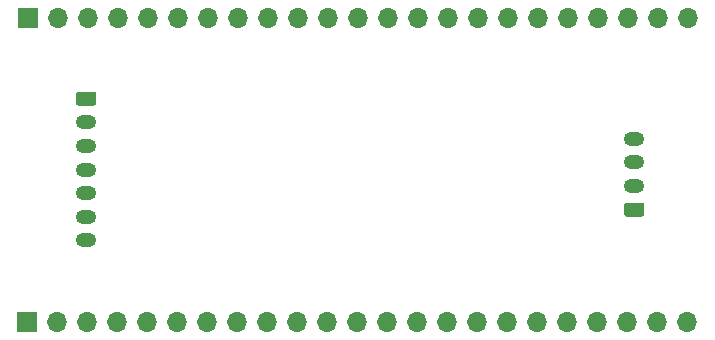
<source format=gbr>
%TF.GenerationSoftware,KiCad,Pcbnew,(5.1.10-1-10_14)*%
%TF.CreationDate,2021-06-07T15:14:56+08:00*%
%TF.ProjectId,ultrasonic,756c7472-6173-46f6-9e69-632e6b696361,rev?*%
%TF.SameCoordinates,Original*%
%TF.FileFunction,Soldermask,Top*%
%TF.FilePolarity,Negative*%
%FSLAX46Y46*%
G04 Gerber Fmt 4.6, Leading zero omitted, Abs format (unit mm)*
G04 Created by KiCad (PCBNEW (5.1.10-1-10_14)) date 2021-06-07 15:14:56*
%MOMM*%
%LPD*%
G01*
G04 APERTURE LIST*
%ADD10O,1.750000X1.200000*%
%ADD11O,1.700000X1.700000*%
%ADD12R,1.700000X1.700000*%
G04 APERTURE END LIST*
D10*
%TO.C,J3*%
X57500000Y-120600000D03*
X57500000Y-118600000D03*
X57500000Y-116600000D03*
X57500000Y-114600000D03*
X57500000Y-112600000D03*
X57500000Y-110600000D03*
G36*
G01*
X56874999Y-108000000D02*
X58125001Y-108000000D01*
G75*
G02*
X58375000Y-108249999I0J-249999D01*
G01*
X58375000Y-108950001D01*
G75*
G02*
X58125001Y-109200000I-249999J0D01*
G01*
X56874999Y-109200000D01*
G75*
G02*
X56625000Y-108950001I0J249999D01*
G01*
X56625000Y-108249999D01*
G75*
G02*
X56874999Y-108000000I249999J0D01*
G01*
G37*
%TD*%
%TO.C,J5*%
X103900000Y-112000000D03*
X103900000Y-114000000D03*
X103900000Y-116000000D03*
G36*
G01*
X104525001Y-118600000D02*
X103274999Y-118600000D01*
G75*
G02*
X103025000Y-118350001I0J249999D01*
G01*
X103025000Y-117649999D01*
G75*
G02*
X103274999Y-117400000I249999J0D01*
G01*
X104525001Y-117400000D01*
G75*
G02*
X104775000Y-117649999I0J-249999D01*
G01*
X104775000Y-118350001D01*
G75*
G02*
X104525001Y-118600000I-249999J0D01*
G01*
G37*
%TD*%
D11*
%TO.C,J2*%
X108440000Y-101800000D03*
X105900000Y-101800000D03*
X103360000Y-101800000D03*
X100820000Y-101800000D03*
X98280000Y-101800000D03*
X95740000Y-101800000D03*
X93200000Y-101800000D03*
X90660000Y-101800000D03*
X88120000Y-101800000D03*
X85580000Y-101800000D03*
X83040000Y-101800000D03*
X80500000Y-101800000D03*
X77960000Y-101800000D03*
X75420000Y-101800000D03*
X72880000Y-101800000D03*
X70340000Y-101800000D03*
X67800000Y-101800000D03*
X65260000Y-101800000D03*
X62720000Y-101800000D03*
X60180000Y-101800000D03*
X57640000Y-101800000D03*
X55100000Y-101800000D03*
D12*
X52560000Y-101800000D03*
%TD*%
D11*
%TO.C,J1*%
X108380000Y-127500000D03*
X105840000Y-127500000D03*
X103300000Y-127500000D03*
X100760000Y-127500000D03*
X98220000Y-127500000D03*
X95680000Y-127500000D03*
X93140000Y-127500000D03*
X90600000Y-127500000D03*
X88060000Y-127500000D03*
X85520000Y-127500000D03*
X82980000Y-127500000D03*
X80440000Y-127500000D03*
X77900000Y-127500000D03*
X75360000Y-127500000D03*
X72820000Y-127500000D03*
X70280000Y-127500000D03*
X67740000Y-127500000D03*
X65200000Y-127500000D03*
X62660000Y-127500000D03*
X60120000Y-127500000D03*
X57580000Y-127500000D03*
X55040000Y-127500000D03*
D12*
X52500000Y-127500000D03*
%TD*%
M02*

</source>
